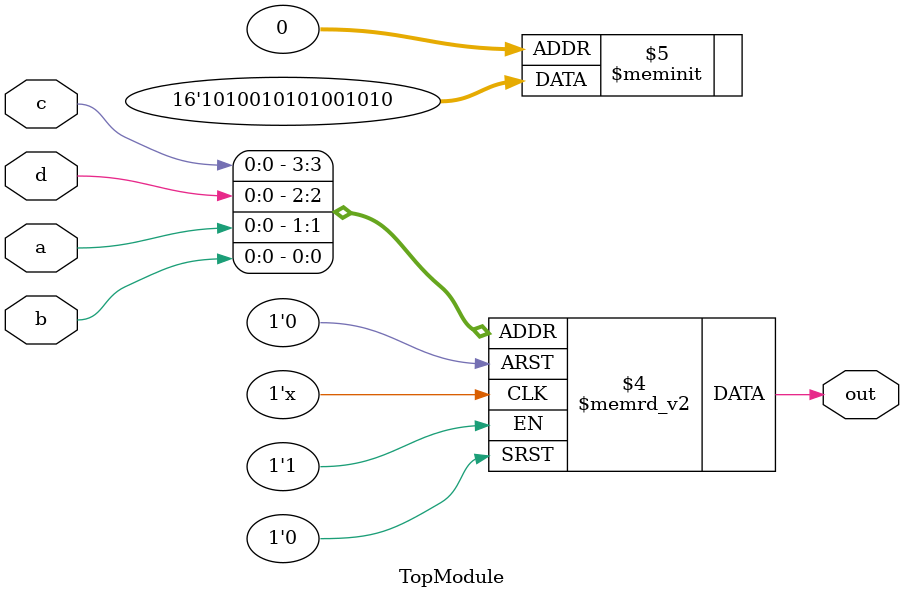
<source format=sv>

module TopModule (
  input a,
  input b,
  input c,
  input d,
  output reg out
);

always @(*) begin
    case({c, d, a, b})
        4'b0000: out = 1'b0;
        4'b0001: out = 1'b1;
        4'b0010: out = 1'b0;
        4'b0011: out = 1'b1;
        4'b0110: out = 1'b1;
        4'b0111: out = 1'b0;
        4'b1000: out = 1'b1;
        4'b1001: out = 1'b0;
        4'b1010: out = 1'b1;
        4'b1011: out = 1'b0;
        4'b1100: out = 1'b0;
        4'b1101: out = 1'b1;
        4'b1110: out = 1'b0;
        4'b1111: out = 1'b1;
        default: out = 1'b0;
    endcase
end

endmodule

/*
Misinterpretation of Multimodal Data: KMAP
*/


/*
The testbench simulated, but had errors. Please fix the module. The output of iverilog is as follows:
VCD info: dumpfile wave.vcd opened for output.
D:/MyVerilogDebugger/Dataset/dataset_verilog-eval-human/Prob122_kmap4_test.sv:38: $finish called at 1161 (1ps)
Hint: Output 'out' has 132 mismatches. First mismatch occurred at time 20.
Hint: Total mismatched samples is 132 out of 232 samples

Simulation finished at 1161 ps
Mismatches: 132 in 232 samples

*/

</source>
